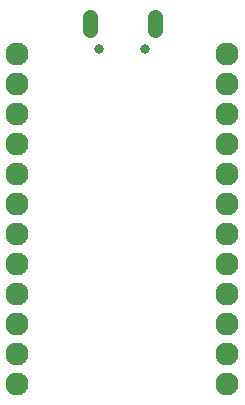
<source format=gbs>
G75*
%MOIN*%
%OFA0B0*%
%FSLAX24Y24*%
%IPPOS*%
%LPD*%
%AMOC8*
5,1,8,0,0,1.08239X$1,22.5*
%
%ADD10C,0.0316*%
%ADD11C,0.0513*%
%ADD12C,0.0770*%
D10*
X004219Y013006D03*
X005754Y013006D03*
D11*
X006079Y013617D02*
X006079Y014050D01*
X003894Y014050D02*
X003894Y013617D01*
D12*
X001487Y001833D03*
X001487Y002833D03*
X001487Y003833D03*
X001487Y004833D03*
X001487Y005833D03*
X001487Y006833D03*
X001487Y007833D03*
X001487Y008833D03*
X001487Y009833D03*
X001487Y010833D03*
X001487Y011833D03*
X001487Y012833D03*
X008487Y012833D03*
X008487Y011833D03*
X008487Y010833D03*
X008487Y009833D03*
X008487Y008833D03*
X008487Y007833D03*
X008487Y006833D03*
X008487Y005833D03*
X008487Y004833D03*
X008487Y003833D03*
X008487Y002833D03*
X008487Y001833D03*
M02*

</source>
